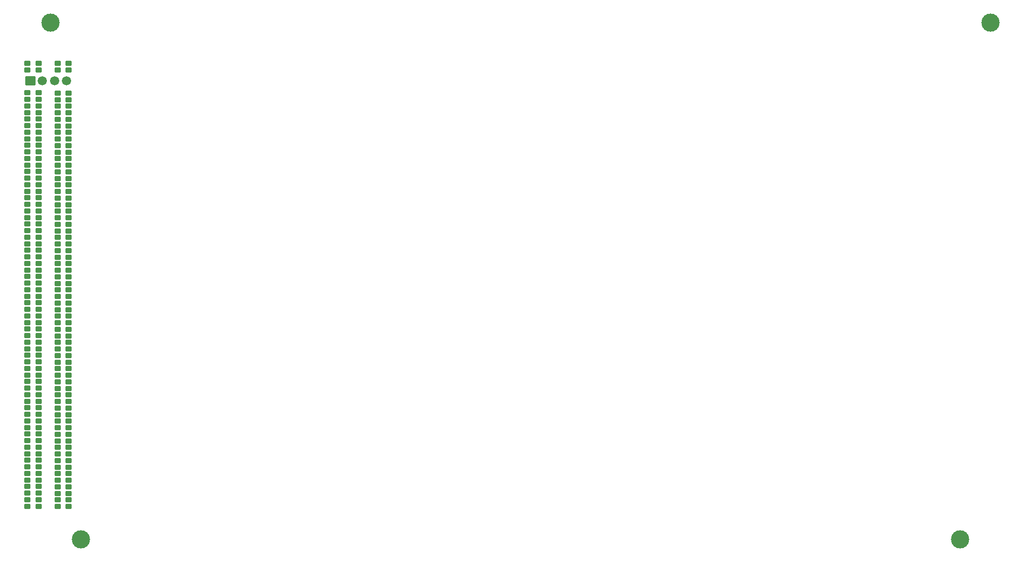
<source format=gts>
G04 Layer: TopSolderMaskLayer*
G04 EasyEDA v6.5.23, 2023-06-10 18:06:06*
G04 005a25b84e7a4af980d47e0bcec97dff,5a6b42c53f6a479593ecc07194224c93,10*
G04 Gerber Generator version 0.2*
G04 Scale: 100 percent, Rotated: No, Reflected: No *
G04 Dimensions in millimeters *
G04 leading zeros omitted , absolute positions ,4 integer and 5 decimal *
%FSLAX45Y45*%
%MOMM*%

%AMMACRO1*1,1,$1,$2,$3*1,1,$1,$4,$5*1,1,$1,0-$2,0-$3*1,1,$1,0-$4,0-$5*20,1,$1,$2,$3,$4,$5,0*20,1,$1,$4,$5,0-$2,0-$3,0*20,1,$1,0-$2,0-$3,0-$4,0-$5,0*20,1,$1,0-$4,0-$5,$2,$3,0*4,1,4,$2,$3,$4,$5,0-$2,0-$3,0-$4,0-$5,$2,$3,0*%
%ADD10C,1.5016*%
%ADD11MACRO1,0.1016X-0.762X-0.7X0.762X-0.7*%
%ADD12MACRO1,0.1016X-0.45X0.35X0.45X0.35*%
%ADD13C,3.0000*%

%LPD*%
D10*
G01*
X1315999Y8077200D03*
G01*
X1115999Y8077200D03*
G01*
X916000Y8077200D03*
D11*
G01*
X716000Y8077200D03*
D12*
G01*
X853506Y1185298D03*
G01*
X670497Y1185296D03*
G01*
X670499Y1075291D03*
G01*
X853506Y1075291D03*
G01*
X853506Y3991993D03*
G01*
X670497Y3991990D03*
G01*
X670499Y3881986D03*
G01*
X853506Y3881986D03*
G01*
X853506Y3776093D03*
G01*
X670497Y3776090D03*
G01*
X670499Y3666086D03*
G01*
X853506Y3666086D03*
G01*
X853506Y3560196D03*
G01*
X670497Y3560193D03*
G01*
X670499Y3450188D03*
G01*
X853506Y3450188D03*
G01*
X853506Y3344296D03*
G01*
X670497Y3344293D03*
G01*
X670499Y3234288D03*
G01*
X853506Y3234288D03*
G01*
X853506Y3128396D03*
G01*
X670497Y3128393D03*
G01*
X670499Y3018388D03*
G01*
X853506Y3018388D03*
G01*
X853506Y2912496D03*
G01*
X670497Y2912493D03*
G01*
X670499Y2802488D03*
G01*
X853506Y2802488D03*
G01*
X853506Y2696596D03*
G01*
X670497Y2696593D03*
G01*
X670499Y2586588D03*
G01*
X853506Y2586588D03*
G01*
X853506Y2480696D03*
G01*
X670497Y2480693D03*
G01*
X670499Y2370688D03*
G01*
X853506Y2370688D03*
G01*
X853506Y2264798D03*
G01*
X670497Y2264796D03*
G01*
X670499Y2154791D03*
G01*
X853506Y2154791D03*
G01*
X853506Y2048898D03*
G01*
X670497Y2048896D03*
G01*
X670499Y1938891D03*
G01*
X853506Y1938891D03*
G01*
X853506Y1832998D03*
G01*
X670497Y1832996D03*
G01*
X670499Y1722991D03*
G01*
X853506Y1722991D03*
G01*
X853506Y1617098D03*
G01*
X670497Y1617096D03*
G01*
X670499Y1507091D03*
G01*
X853506Y1507091D03*
G01*
X853506Y1401198D03*
G01*
X670497Y1401196D03*
G01*
X670499Y1291191D03*
G01*
X853506Y1291191D03*
G01*
X853506Y4207901D03*
G01*
X670497Y4207898D03*
G01*
X670499Y4097893D03*
G01*
X853506Y4097893D03*
G01*
X853506Y4423798D03*
G01*
X670497Y4423796D03*
G01*
X670499Y4313791D03*
G01*
X853506Y4313791D03*
G01*
X853506Y4639698D03*
G01*
X670497Y4639696D03*
G01*
X670499Y4529691D03*
G01*
X853506Y4529691D03*
G01*
X853506Y4855598D03*
G01*
X670497Y4855596D03*
G01*
X670499Y4745591D03*
G01*
X853506Y4745591D03*
G01*
X853506Y5071498D03*
G01*
X670497Y5071496D03*
G01*
X670499Y4961491D03*
G01*
X853506Y4961491D03*
G01*
X853506Y5287398D03*
G01*
X670497Y5287396D03*
G01*
X670499Y5177391D03*
G01*
X853506Y5177391D03*
G01*
X853506Y5503296D03*
G01*
X670497Y5503293D03*
G01*
X670499Y5393288D03*
G01*
X853506Y5393288D03*
G01*
X853506Y5719196D03*
G01*
X670497Y5719193D03*
G01*
X670499Y5609188D03*
G01*
X853506Y5609188D03*
G01*
X853506Y5935096D03*
G01*
X670497Y5935093D03*
G01*
X670499Y5825088D03*
G01*
X853506Y5825088D03*
G01*
X853506Y6150996D03*
G01*
X670497Y6150993D03*
G01*
X670499Y6040988D03*
G01*
X853506Y6040988D03*
G01*
X853506Y6366896D03*
G01*
X670497Y6366893D03*
G01*
X670499Y6256888D03*
G01*
X853506Y6256888D03*
G01*
X853506Y6582796D03*
G01*
X670497Y6582793D03*
G01*
X670499Y6472788D03*
G01*
X853506Y6472788D03*
G01*
X853506Y6798693D03*
G01*
X670497Y6798690D03*
G01*
X670499Y6688686D03*
G01*
X853506Y6688686D03*
G01*
X853506Y7014593D03*
G01*
X670497Y7014590D03*
G01*
X670499Y6904586D03*
G01*
X853506Y6904586D03*
G01*
X853506Y7230493D03*
G01*
X670497Y7230490D03*
G01*
X670499Y7120486D03*
G01*
X853506Y7120486D03*
G01*
X853506Y7446401D03*
G01*
X670497Y7446398D03*
G01*
X670499Y7336393D03*
G01*
X853506Y7336393D03*
G01*
X853506Y7662301D03*
G01*
X670497Y7662298D03*
G01*
X670499Y7552293D03*
G01*
X853506Y7552293D03*
G01*
X853506Y7878201D03*
G01*
X670497Y7878198D03*
G01*
X670499Y7768193D03*
G01*
X853506Y7768193D03*
G01*
X1348808Y1181112D03*
G01*
X1165800Y1181110D03*
G01*
X1165801Y1071105D03*
G01*
X1348808Y1071105D03*
G01*
X1348808Y1397012D03*
G01*
X1165800Y1397010D03*
G01*
X1165801Y1287005D03*
G01*
X1348808Y1287005D03*
G01*
X1348808Y1612910D03*
G01*
X1165800Y1612907D03*
G01*
X1165801Y1502902D03*
G01*
X1348808Y1502902D03*
G01*
X1348808Y1828810D03*
G01*
X1165800Y1828807D03*
G01*
X1165801Y1718802D03*
G01*
X1348808Y1718802D03*
G01*
X1348808Y2044710D03*
G01*
X1165800Y2044707D03*
G01*
X1165801Y1934702D03*
G01*
X1348808Y1934702D03*
G01*
X1348808Y2260610D03*
G01*
X1165800Y2260607D03*
G01*
X1165801Y2150602D03*
G01*
X1348808Y2150602D03*
G01*
X1348808Y2476510D03*
G01*
X1165800Y2476507D03*
G01*
X1165801Y2366502D03*
G01*
X1348808Y2366502D03*
G01*
X1348808Y2692410D03*
G01*
X1165800Y2692407D03*
G01*
X1165801Y2582402D03*
G01*
X1348808Y2582402D03*
G01*
X1348808Y2908307D03*
G01*
X1165800Y2908305D03*
G01*
X1165801Y2798300D03*
G01*
X1348808Y2798300D03*
G01*
X1348808Y3124207D03*
G01*
X1165800Y3124205D03*
G01*
X1165801Y3014200D03*
G01*
X1348808Y3014200D03*
G01*
X1348808Y3340107D03*
G01*
X1165800Y3340105D03*
G01*
X1165801Y3230100D03*
G01*
X1348808Y3230100D03*
G01*
X1348803Y3556012D03*
G01*
X1165795Y3556010D03*
G01*
X1165796Y3446005D03*
G01*
X1348803Y3446005D03*
G01*
X1348803Y3771912D03*
G01*
X1165795Y3771910D03*
G01*
X1165796Y3661905D03*
G01*
X1348803Y3661905D03*
G01*
X1348803Y3987812D03*
G01*
X1165795Y3987810D03*
G01*
X1165796Y3877805D03*
G01*
X1348803Y3877805D03*
G01*
X1348803Y4203712D03*
G01*
X1165795Y4203710D03*
G01*
X1165796Y4093705D03*
G01*
X1348803Y4093705D03*
G01*
X1348803Y4419612D03*
G01*
X1165795Y4419610D03*
G01*
X1165796Y4309605D03*
G01*
X1348803Y4309605D03*
G01*
X1348803Y4635510D03*
G01*
X1165795Y4635507D03*
G01*
X1165796Y4525502D03*
G01*
X1348803Y4525502D03*
G01*
X1348803Y4851410D03*
G01*
X1165795Y4851407D03*
G01*
X1165796Y4741402D03*
G01*
X1348803Y4741402D03*
G01*
X1348803Y5067310D03*
G01*
X1165795Y5067307D03*
G01*
X1165796Y4957302D03*
G01*
X1348803Y4957302D03*
G01*
X1348803Y5283210D03*
G01*
X1165795Y5283207D03*
G01*
X1165796Y5173202D03*
G01*
X1348803Y5173202D03*
G01*
X1348803Y5499110D03*
G01*
X1165795Y5499107D03*
G01*
X1165796Y5389102D03*
G01*
X1348803Y5389102D03*
G01*
X1348803Y5715010D03*
G01*
X1165795Y5715007D03*
G01*
X1165796Y5605002D03*
G01*
X1348803Y5605002D03*
G01*
X1348803Y5930907D03*
G01*
X1165795Y5930905D03*
G01*
X1165796Y5820900D03*
G01*
X1348803Y5820900D03*
G01*
X1348803Y6146807D03*
G01*
X1165795Y6146805D03*
G01*
X1165796Y6036800D03*
G01*
X1348803Y6036800D03*
G01*
X1348803Y6362707D03*
G01*
X1165795Y6362705D03*
G01*
X1165796Y6252700D03*
G01*
X1348803Y6252700D03*
G01*
X1348803Y6578607D03*
G01*
X1165795Y6578605D03*
G01*
X1165796Y6468600D03*
G01*
X1348803Y6468600D03*
G01*
X1348803Y6794507D03*
G01*
X1165795Y6794505D03*
G01*
X1165796Y6684500D03*
G01*
X1348803Y6684500D03*
G01*
X1348803Y7010407D03*
G01*
X1165795Y7010405D03*
G01*
X1165796Y6900400D03*
G01*
X1348803Y6900400D03*
G01*
X1348803Y7226307D03*
G01*
X1165795Y7226305D03*
G01*
X1165796Y7116300D03*
G01*
X1348803Y7116300D03*
G01*
X1348803Y7442207D03*
G01*
X1165795Y7442205D03*
G01*
X1165796Y7332200D03*
G01*
X1348803Y7332200D03*
G01*
X1348803Y7658107D03*
G01*
X1165795Y7658105D03*
G01*
X1165796Y7548100D03*
G01*
X1348803Y7548100D03*
G01*
X1348803Y7874007D03*
G01*
X1165795Y7874005D03*
G01*
X1165796Y7764000D03*
G01*
X1348803Y7764000D03*
G01*
X853506Y8360801D03*
G01*
X670497Y8360798D03*
G01*
X670499Y8250793D03*
G01*
X853506Y8250793D03*
G01*
X1348806Y8360801D03*
G01*
X1165797Y8360798D03*
G01*
X1165799Y8250793D03*
G01*
X1348806Y8250793D03*
D13*
G01*
X1050797Y9034099D03*
G01*
X16492397Y9034099D03*
G01*
X1550797Y529000D03*
G01*
X15992398Y529000D03*
M02*

</source>
